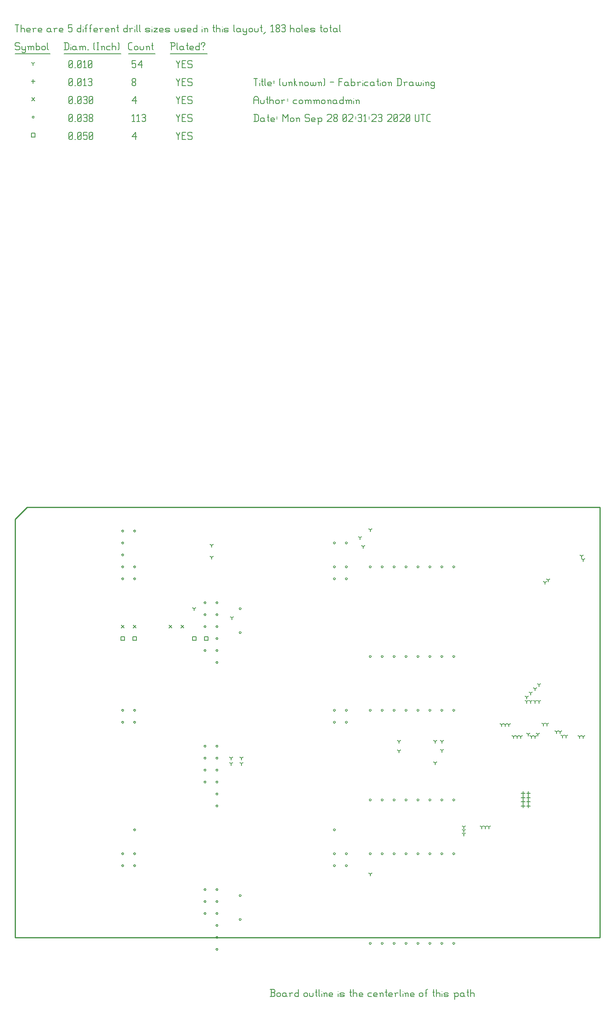
<source format=gbr>
G04 start of page 14 for group -3984 idx -3984 *
G04 Title: (unknown), fab *
G04 Creator: pcb 4.2.0 *
G04 CreationDate: Mon Sep 28 02:31:23 2020 UTC *
G04 For: commonadmin *
G04 Format: Gerber/RS-274X *
G04 PCB-Dimensions (mil): 6000.00 7000.00 *
G04 PCB-Coordinate-Origin: lower left *
%MOIN*%
%FSLAX25Y25*%
%LNFAB*%
%ADD99C,0.0100*%
%ADD98C,0.0075*%
%ADD97C,0.0060*%
%ADD96C,0.0080*%
G54D96*X158400Y291600D02*X161600D01*
X158400D02*Y288400D01*
X161600D01*
Y291600D02*Y288400D01*
X98400Y291600D02*X101600D01*
X98400D02*Y288400D01*
X101600D01*
Y291600D02*Y288400D01*
X88400Y291600D02*X91600D01*
X88400D02*Y288400D01*
X91600D01*
Y291600D02*Y288400D01*
X148400Y291600D02*X151600D01*
X148400D02*Y288400D01*
X151600D01*
Y291600D02*Y288400D01*
X13400Y712850D02*X16600D01*
X13400D02*Y709650D01*
X16600D01*
Y712850D02*Y709650D01*
G54D97*X135000Y713500D02*X136500Y710500D01*
X138000Y713500D01*
X136500Y710500D02*Y707500D01*
X139800Y710800D02*X142050D01*
X139800Y707500D02*X142800D01*
X139800Y713500D02*Y707500D01*
Y713500D02*X142800D01*
X147600D02*X148350Y712750D01*
X145350Y713500D02*X147600D01*
X144600Y712750D02*X145350Y713500D01*
X144600Y712750D02*Y711250D01*
X145350Y710500D01*
X147600D01*
X148350Y709750D01*
Y708250D01*
X147600Y707500D02*X148350Y708250D01*
X145350Y707500D02*X147600D01*
X144600Y708250D02*X145350Y707500D01*
X98000Y709750D02*X101000Y713500D01*
X98000Y709750D02*X101750D01*
X101000Y713500D02*Y707500D01*
X45000Y708250D02*X45750Y707500D01*
X45000Y712750D02*Y708250D01*
Y712750D02*X45750Y713500D01*
X47250D01*
X48000Y712750D01*
Y708250D01*
X47250Y707500D02*X48000Y708250D01*
X45750Y707500D02*X47250D01*
X45000Y709000D02*X48000Y712000D01*
X49800Y707500D02*X50550D01*
X52350Y708250D02*X53100Y707500D01*
X52350Y712750D02*Y708250D01*
Y712750D02*X53100Y713500D01*
X54600D01*
X55350Y712750D01*
Y708250D01*
X54600Y707500D02*X55350Y708250D01*
X53100Y707500D02*X54600D01*
X52350Y709000D02*X55350Y712000D01*
X57150Y713500D02*X60150D01*
X57150D02*Y710500D01*
X57900Y711250D01*
X59400D01*
X60150Y710500D01*
Y708250D01*
X59400Y707500D02*X60150Y708250D01*
X57900Y707500D02*X59400D01*
X57150Y708250D02*X57900Y707500D01*
X61950Y708250D02*X62700Y707500D01*
X61950Y712750D02*Y708250D01*
Y712750D02*X62700Y713500D01*
X64200D01*
X64950Y712750D01*
Y708250D01*
X64200Y707500D02*X64950Y708250D01*
X62700Y707500D02*X64200D01*
X61950Y709000D02*X64950Y712000D01*
X296700Y155000D02*G75*G03X298300Y155000I800J0D01*G01*
G75*G03X296700Y155000I-800J0D01*G01*
X306700D02*G75*G03X308300Y155000I800J0D01*G01*
G75*G03X306700Y155000I-800J0D01*G01*
X316700D02*G75*G03X318300Y155000I800J0D01*G01*
G75*G03X316700Y155000I-800J0D01*G01*
X326700D02*G75*G03X328300Y155000I800J0D01*G01*
G75*G03X326700Y155000I-800J0D01*G01*
X336700D02*G75*G03X338300Y155000I800J0D01*G01*
G75*G03X336700Y155000I-800J0D01*G01*
X346700D02*G75*G03X348300Y155000I800J0D01*G01*
G75*G03X346700Y155000I-800J0D01*G01*
X356700D02*G75*G03X358300Y155000I800J0D01*G01*
G75*G03X356700Y155000I-800J0D01*G01*
X366700D02*G75*G03X368300Y155000I800J0D01*G01*
G75*G03X366700Y155000I-800J0D01*G01*
X296700Y230000D02*G75*G03X298300Y230000I800J0D01*G01*
G75*G03X296700Y230000I-800J0D01*G01*
X306700D02*G75*G03X308300Y230000I800J0D01*G01*
G75*G03X306700Y230000I-800J0D01*G01*
X316700D02*G75*G03X318300Y230000I800J0D01*G01*
G75*G03X316700Y230000I-800J0D01*G01*
X326700D02*G75*G03X328300Y230000I800J0D01*G01*
G75*G03X326700Y230000I-800J0D01*G01*
X336700D02*G75*G03X338300Y230000I800J0D01*G01*
G75*G03X336700Y230000I-800J0D01*G01*
X346700D02*G75*G03X348300Y230000I800J0D01*G01*
G75*G03X346700Y230000I-800J0D01*G01*
X356700D02*G75*G03X358300Y230000I800J0D01*G01*
G75*G03X356700Y230000I-800J0D01*G01*
X366700D02*G75*G03X368300Y230000I800J0D01*G01*
G75*G03X366700Y230000I-800J0D01*G01*
X276700D02*G75*G03X278300Y230000I800J0D01*G01*
G75*G03X276700Y230000I-800J0D01*G01*
Y220000D02*G75*G03X278300Y220000I800J0D01*G01*
G75*G03X276700Y220000I-800J0D01*G01*
X266700D02*G75*G03X268300Y220000I800J0D01*G01*
G75*G03X266700Y220000I-800J0D01*G01*
Y230000D02*G75*G03X268300Y230000I800J0D01*G01*
G75*G03X266700Y230000I-800J0D01*G01*
X99200D02*G75*G03X100800Y230000I800J0D01*G01*
G75*G03X99200Y230000I-800J0D01*G01*
Y220000D02*G75*G03X100800Y220000I800J0D01*G01*
G75*G03X99200Y220000I-800J0D01*G01*
X89200D02*G75*G03X90800Y220000I800J0D01*G01*
G75*G03X89200Y220000I-800J0D01*G01*
Y230000D02*G75*G03X90800Y230000I800J0D01*G01*
G75*G03X89200Y230000I-800J0D01*G01*
X168200Y80000D02*G75*G03X169800Y80000I800J0D01*G01*
G75*G03X168200Y80000I-800J0D01*G01*
Y70000D02*G75*G03X169800Y70000I800J0D01*G01*
G75*G03X168200Y70000I-800J0D01*G01*
Y60000D02*G75*G03X169800Y60000I800J0D01*G01*
G75*G03X168200Y60000I-800J0D01*G01*
Y50000D02*G75*G03X169800Y50000I800J0D01*G01*
G75*G03X168200Y50000I-800J0D01*G01*
Y40000D02*G75*G03X169800Y40000I800J0D01*G01*
G75*G03X168200Y40000I-800J0D01*G01*
Y30000D02*G75*G03X169800Y30000I800J0D01*G01*
G75*G03X168200Y30000I-800J0D01*G01*
Y200000D02*G75*G03X169800Y200000I800J0D01*G01*
G75*G03X168200Y200000I-800J0D01*G01*
Y190000D02*G75*G03X169800Y190000I800J0D01*G01*
G75*G03X168200Y190000I-800J0D01*G01*
Y180000D02*G75*G03X169800Y180000I800J0D01*G01*
G75*G03X168200Y180000I-800J0D01*G01*
Y170000D02*G75*G03X169800Y170000I800J0D01*G01*
G75*G03X168200Y170000I-800J0D01*G01*
Y160000D02*G75*G03X169800Y160000I800J0D01*G01*
G75*G03X168200Y160000I-800J0D01*G01*
Y150000D02*G75*G03X169800Y150000I800J0D01*G01*
G75*G03X168200Y150000I-800J0D01*G01*
Y320000D02*G75*G03X169800Y320000I800J0D01*G01*
G75*G03X168200Y320000I-800J0D01*G01*
Y310000D02*G75*G03X169800Y310000I800J0D01*G01*
G75*G03X168200Y310000I-800J0D01*G01*
Y300000D02*G75*G03X169800Y300000I800J0D01*G01*
G75*G03X168200Y300000I-800J0D01*G01*
Y290000D02*G75*G03X169800Y290000I800J0D01*G01*
G75*G03X168200Y290000I-800J0D01*G01*
Y280000D02*G75*G03X169800Y280000I800J0D01*G01*
G75*G03X168200Y280000I-800J0D01*G01*
Y270000D02*G75*G03X169800Y270000I800J0D01*G01*
G75*G03X168200Y270000I-800J0D01*G01*
X89200Y110000D02*G75*G03X90800Y110000I800J0D01*G01*
G75*G03X89200Y110000I-800J0D01*G01*
Y100000D02*G75*G03X90800Y100000I800J0D01*G01*
G75*G03X89200Y100000I-800J0D01*G01*
X99200D02*G75*G03X100800Y100000I800J0D01*G01*
G75*G03X99200Y100000I-800J0D01*G01*
Y110000D02*G75*G03X100800Y110000I800J0D01*G01*
G75*G03X99200Y110000I-800J0D01*G01*
X266700D02*G75*G03X268300Y110000I800J0D01*G01*
G75*G03X266700Y110000I-800J0D01*G01*
Y100000D02*G75*G03X268300Y100000I800J0D01*G01*
G75*G03X266700Y100000I-800J0D01*G01*
X276700D02*G75*G03X278300Y100000I800J0D01*G01*
G75*G03X276700Y100000I-800J0D01*G01*
Y110000D02*G75*G03X278300Y110000I800J0D01*G01*
G75*G03X276700Y110000I-800J0D01*G01*
X187700Y75000D02*G75*G03X189300Y75000I800J0D01*G01*
G75*G03X187700Y75000I-800J0D01*G01*
Y55000D02*G75*G03X189300Y55000I800J0D01*G01*
G75*G03X187700Y55000I-800J0D01*G01*
X366700Y110000D02*G75*G03X368300Y110000I800J0D01*G01*
G75*G03X366700Y110000I-800J0D01*G01*
X356700D02*G75*G03X358300Y110000I800J0D01*G01*
G75*G03X356700Y110000I-800J0D01*G01*
X346700D02*G75*G03X348300Y110000I800J0D01*G01*
G75*G03X346700Y110000I-800J0D01*G01*
X336700D02*G75*G03X338300Y110000I800J0D01*G01*
G75*G03X336700Y110000I-800J0D01*G01*
X326700D02*G75*G03X328300Y110000I800J0D01*G01*
G75*G03X326700Y110000I-800J0D01*G01*
X316700D02*G75*G03X318300Y110000I800J0D01*G01*
G75*G03X316700Y110000I-800J0D01*G01*
X306700D02*G75*G03X308300Y110000I800J0D01*G01*
G75*G03X306700Y110000I-800J0D01*G01*
X296700D02*G75*G03X298300Y110000I800J0D01*G01*
G75*G03X296700Y110000I-800J0D01*G01*
X366700Y35000D02*G75*G03X368300Y35000I800J0D01*G01*
G75*G03X366700Y35000I-800J0D01*G01*
X356700D02*G75*G03X358300Y35000I800J0D01*G01*
G75*G03X356700Y35000I-800J0D01*G01*
X346700D02*G75*G03X348300Y35000I800J0D01*G01*
G75*G03X346700Y35000I-800J0D01*G01*
X336700D02*G75*G03X338300Y35000I800J0D01*G01*
G75*G03X336700Y35000I-800J0D01*G01*
X326700D02*G75*G03X328300Y35000I800J0D01*G01*
G75*G03X326700Y35000I-800J0D01*G01*
X316700D02*G75*G03X318300Y35000I800J0D01*G01*
G75*G03X316700Y35000I-800J0D01*G01*
X306700D02*G75*G03X308300Y35000I800J0D01*G01*
G75*G03X306700Y35000I-800J0D01*G01*
X296700D02*G75*G03X298300Y35000I800J0D01*G01*
G75*G03X296700Y35000I-800J0D01*G01*
X89200Y350000D02*G75*G03X90800Y350000I800J0D01*G01*
G75*G03X89200Y350000I-800J0D01*G01*
Y340000D02*G75*G03X90800Y340000I800J0D01*G01*
G75*G03X89200Y340000I-800J0D01*G01*
X99200D02*G75*G03X100800Y340000I800J0D01*G01*
G75*G03X99200Y340000I-800J0D01*G01*
Y350000D02*G75*G03X100800Y350000I800J0D01*G01*
G75*G03X99200Y350000I-800J0D01*G01*
X266700D02*G75*G03X268300Y350000I800J0D01*G01*
G75*G03X266700Y350000I-800J0D01*G01*
Y340000D02*G75*G03X268300Y340000I800J0D01*G01*
G75*G03X266700Y340000I-800J0D01*G01*
X276700D02*G75*G03X278300Y340000I800J0D01*G01*
G75*G03X276700Y340000I-800J0D01*G01*
Y350000D02*G75*G03X278300Y350000I800J0D01*G01*
G75*G03X276700Y350000I-800J0D01*G01*
X187700Y315000D02*G75*G03X189300Y315000I800J0D01*G01*
G75*G03X187700Y315000I-800J0D01*G01*
Y295000D02*G75*G03X189300Y295000I800J0D01*G01*
G75*G03X187700Y295000I-800J0D01*G01*
X366700Y275000D02*G75*G03X368300Y275000I800J0D01*G01*
G75*G03X366700Y275000I-800J0D01*G01*
X356700D02*G75*G03X358300Y275000I800J0D01*G01*
G75*G03X356700Y275000I-800J0D01*G01*
X346700D02*G75*G03X348300Y275000I800J0D01*G01*
G75*G03X346700Y275000I-800J0D01*G01*
X336700D02*G75*G03X338300Y275000I800J0D01*G01*
G75*G03X336700Y275000I-800J0D01*G01*
X326700D02*G75*G03X328300Y275000I800J0D01*G01*
G75*G03X326700Y275000I-800J0D01*G01*
X316700D02*G75*G03X318300Y275000I800J0D01*G01*
G75*G03X316700Y275000I-800J0D01*G01*
X306700D02*G75*G03X308300Y275000I800J0D01*G01*
G75*G03X306700Y275000I-800J0D01*G01*
X296700D02*G75*G03X298300Y275000I800J0D01*G01*
G75*G03X296700Y275000I-800J0D01*G01*
X366700Y350000D02*G75*G03X368300Y350000I800J0D01*G01*
G75*G03X366700Y350000I-800J0D01*G01*
X356700D02*G75*G03X358300Y350000I800J0D01*G01*
G75*G03X356700Y350000I-800J0D01*G01*
X346700D02*G75*G03X348300Y350000I800J0D01*G01*
G75*G03X346700Y350000I-800J0D01*G01*
X336700D02*G75*G03X338300Y350000I800J0D01*G01*
G75*G03X336700Y350000I-800J0D01*G01*
X326700D02*G75*G03X328300Y350000I800J0D01*G01*
G75*G03X326700Y350000I-800J0D01*G01*
X316700D02*G75*G03X318300Y350000I800J0D01*G01*
G75*G03X316700Y350000I-800J0D01*G01*
X306700D02*G75*G03X308300Y350000I800J0D01*G01*
G75*G03X306700Y350000I-800J0D01*G01*
X296700D02*G75*G03X298300Y350000I800J0D01*G01*
G75*G03X296700Y350000I-800J0D01*G01*
X276700Y370000D02*G75*G03X278300Y370000I800J0D01*G01*
G75*G03X276700Y370000I-800J0D01*G01*
X158200Y320000D02*G75*G03X159800Y320000I800J0D01*G01*
G75*G03X158200Y320000I-800J0D01*G01*
Y310000D02*G75*G03X159800Y310000I800J0D01*G01*
G75*G03X158200Y310000I-800J0D01*G01*
Y280000D02*G75*G03X159800Y280000I800J0D01*G01*
G75*G03X158200Y280000I-800J0D01*G01*
X266700Y370000D02*G75*G03X268300Y370000I800J0D01*G01*
G75*G03X266700Y370000I-800J0D01*G01*
X99200Y380000D02*G75*G03X100800Y380000I800J0D01*G01*
G75*G03X99200Y380000I-800J0D01*G01*
X158200Y200000D02*G75*G03X159800Y200000I800J0D01*G01*
G75*G03X158200Y200000I-800J0D01*G01*
Y190000D02*G75*G03X159800Y190000I800J0D01*G01*
G75*G03X158200Y190000I-800J0D01*G01*
Y180000D02*G75*G03X159800Y180000I800J0D01*G01*
G75*G03X158200Y180000I-800J0D01*G01*
Y170000D02*G75*G03X159800Y170000I800J0D01*G01*
G75*G03X158200Y170000I-800J0D01*G01*
Y80000D02*G75*G03X159800Y80000I800J0D01*G01*
G75*G03X158200Y80000I-800J0D01*G01*
Y70000D02*G75*G03X159800Y70000I800J0D01*G01*
G75*G03X158200Y70000I-800J0D01*G01*
Y60000D02*G75*G03X159800Y60000I800J0D01*G01*
G75*G03X158200Y60000I-800J0D01*G01*
X99200Y130000D02*G75*G03X100800Y130000I800J0D01*G01*
G75*G03X99200Y130000I-800J0D01*G01*
X266700D02*G75*G03X268300Y130000I800J0D01*G01*
G75*G03X266700Y130000I-800J0D01*G01*
X89200Y370000D02*G75*G03X90800Y370000I800J0D01*G01*
G75*G03X89200Y370000I-800J0D01*G01*
Y380000D02*G75*G03X90800Y380000I800J0D01*G01*
G75*G03X89200Y380000I-800J0D01*G01*
Y360000D02*G75*G03X90800Y360000I800J0D01*G01*
G75*G03X89200Y360000I-800J0D01*G01*
X158200Y300000D02*G75*G03X159800Y300000I800J0D01*G01*
G75*G03X158200Y300000I-800J0D01*G01*
X14200Y726250D02*G75*G03X15800Y726250I800J0D01*G01*
G75*G03X14200Y726250I-800J0D01*G01*
X135000Y728500D02*X136500Y725500D01*
X138000Y728500D01*
X136500Y725500D02*Y722500D01*
X139800Y725800D02*X142050D01*
X139800Y722500D02*X142800D01*
X139800Y728500D02*Y722500D01*
Y728500D02*X142800D01*
X147600D02*X148350Y727750D01*
X145350Y728500D02*X147600D01*
X144600Y727750D02*X145350Y728500D01*
X144600Y727750D02*Y726250D01*
X145350Y725500D01*
X147600D01*
X148350Y724750D01*
Y723250D01*
X147600Y722500D02*X148350Y723250D01*
X145350Y722500D02*X147600D01*
X144600Y723250D02*X145350Y722500D01*
X98000Y727300D02*X99200Y728500D01*
Y722500D01*
X98000D02*X100250D01*
X102050Y727300D02*X103250Y728500D01*
Y722500D01*
X102050D02*X104300D01*
X106100Y727750D02*X106850Y728500D01*
X108350D01*
X109100Y727750D01*
X108350Y722500D02*X109100Y723250D01*
X106850Y722500D02*X108350D01*
X106100Y723250D02*X106850Y722500D01*
Y725800D02*X108350D01*
X109100Y727750D02*Y726550D01*
Y725050D02*Y723250D01*
Y725050D02*X108350Y725800D01*
X109100Y726550D02*X108350Y725800D01*
X45000Y723250D02*X45750Y722500D01*
X45000Y727750D02*Y723250D01*
Y727750D02*X45750Y728500D01*
X47250D01*
X48000Y727750D01*
Y723250D01*
X47250Y722500D02*X48000Y723250D01*
X45750Y722500D02*X47250D01*
X45000Y724000D02*X48000Y727000D01*
X49800Y722500D02*X50550D01*
X52350Y723250D02*X53100Y722500D01*
X52350Y727750D02*Y723250D01*
Y727750D02*X53100Y728500D01*
X54600D01*
X55350Y727750D01*
Y723250D01*
X54600Y722500D02*X55350Y723250D01*
X53100Y722500D02*X54600D01*
X52350Y724000D02*X55350Y727000D01*
X57150Y727750D02*X57900Y728500D01*
X59400D01*
X60150Y727750D01*
X59400Y722500D02*X60150Y723250D01*
X57900Y722500D02*X59400D01*
X57150Y723250D02*X57900Y722500D01*
Y725800D02*X59400D01*
X60150Y727750D02*Y726550D01*
Y725050D02*Y723250D01*
Y725050D02*X59400Y725800D01*
X60150Y726550D02*X59400Y725800D01*
X61950Y723250D02*X62700Y722500D01*
X61950Y724450D02*Y723250D01*
Y724450D02*X63000Y725500D01*
X63900D01*
X64950Y724450D01*
Y723250D01*
X64200Y722500D02*X64950Y723250D01*
X62700Y722500D02*X64200D01*
X61950Y726550D02*X63000Y725500D01*
X61950Y727750D02*Y726550D01*
Y727750D02*X62700Y728500D01*
X64200D01*
X64950Y727750D01*
Y726550D01*
X63900Y725500D02*X64950Y726550D01*
X88800Y301200D02*X91200Y298800D01*
X88800D02*X91200Y301200D01*
X128800D02*X131200Y298800D01*
X128800D02*X131200Y301200D01*
X138800D02*X141200Y298800D01*
X138800D02*X141200Y301200D01*
X98800D02*X101200Y298800D01*
X98800D02*X101200Y301200D01*
X13800Y742450D02*X16200Y740050D01*
X13800D02*X16200Y742450D01*
X135000Y743500D02*X136500Y740500D01*
X138000Y743500D01*
X136500Y740500D02*Y737500D01*
X139800Y740800D02*X142050D01*
X139800Y737500D02*X142800D01*
X139800Y743500D02*Y737500D01*
Y743500D02*X142800D01*
X147600D02*X148350Y742750D01*
X145350Y743500D02*X147600D01*
X144600Y742750D02*X145350Y743500D01*
X144600Y742750D02*Y741250D01*
X145350Y740500D01*
X147600D01*
X148350Y739750D01*
Y738250D01*
X147600Y737500D02*X148350Y738250D01*
X145350Y737500D02*X147600D01*
X144600Y738250D02*X145350Y737500D01*
X98000Y739750D02*X101000Y743500D01*
X98000Y739750D02*X101750D01*
X101000Y743500D02*Y737500D01*
X45000Y738250D02*X45750Y737500D01*
X45000Y742750D02*Y738250D01*
Y742750D02*X45750Y743500D01*
X47250D01*
X48000Y742750D01*
Y738250D01*
X47250Y737500D02*X48000Y738250D01*
X45750Y737500D02*X47250D01*
X45000Y739000D02*X48000Y742000D01*
X49800Y737500D02*X50550D01*
X52350Y738250D02*X53100Y737500D01*
X52350Y742750D02*Y738250D01*
Y742750D02*X53100Y743500D01*
X54600D01*
X55350Y742750D01*
Y738250D01*
X54600Y737500D02*X55350Y738250D01*
X53100Y737500D02*X54600D01*
X52350Y739000D02*X55350Y742000D01*
X57150Y742750D02*X57900Y743500D01*
X59400D01*
X60150Y742750D01*
X59400Y737500D02*X60150Y738250D01*
X57900Y737500D02*X59400D01*
X57150Y738250D02*X57900Y737500D01*
Y740800D02*X59400D01*
X60150Y742750D02*Y741550D01*
Y740050D02*Y738250D01*
Y740050D02*X59400Y740800D01*
X60150Y741550D02*X59400Y740800D01*
X61950Y738250D02*X62700Y737500D01*
X61950Y742750D02*Y738250D01*
Y742750D02*X62700Y743500D01*
X64200D01*
X64950Y742750D01*
Y738250D01*
X64200Y737500D02*X64950Y738250D01*
X62700Y737500D02*X64200D01*
X61950Y739000D02*X64950Y742000D01*
X425500Y155100D02*Y151900D01*
X423900Y153500D02*X427100D01*
X430000Y158600D02*Y155400D01*
X428400Y157000D02*X431600D01*
X425500Y158600D02*Y155400D01*
X423900Y157000D02*X427100D01*
X425500Y162100D02*Y158900D01*
X423900Y160500D02*X427100D01*
X430000Y162100D02*Y158900D01*
X428400Y160500D02*X431600D01*
X425500Y151600D02*Y148400D01*
X423900Y150000D02*X427100D01*
X430000Y151600D02*Y148400D01*
X428400Y150000D02*X431600D01*
X430000Y155100D02*Y151900D01*
X428400Y153500D02*X431600D01*
X15000Y757850D02*Y754650D01*
X13400Y756250D02*X16600D01*
X135000Y758500D02*X136500Y755500D01*
X138000Y758500D01*
X136500Y755500D02*Y752500D01*
X139800Y755800D02*X142050D01*
X139800Y752500D02*X142800D01*
X139800Y758500D02*Y752500D01*
Y758500D02*X142800D01*
X147600D02*X148350Y757750D01*
X145350Y758500D02*X147600D01*
X144600Y757750D02*X145350Y758500D01*
X144600Y757750D02*Y756250D01*
X145350Y755500D01*
X147600D01*
X148350Y754750D01*
Y753250D01*
X147600Y752500D02*X148350Y753250D01*
X145350Y752500D02*X147600D01*
X144600Y753250D02*X145350Y752500D01*
X98000Y753250D02*X98750Y752500D01*
X98000Y754450D02*Y753250D01*
Y754450D02*X99050Y755500D01*
X99950D01*
X101000Y754450D01*
Y753250D01*
X100250Y752500D02*X101000Y753250D01*
X98750Y752500D02*X100250D01*
X98000Y756550D02*X99050Y755500D01*
X98000Y757750D02*Y756550D01*
Y757750D02*X98750Y758500D01*
X100250D01*
X101000Y757750D01*
Y756550D01*
X99950Y755500D02*X101000Y756550D01*
X45000Y753250D02*X45750Y752500D01*
X45000Y757750D02*Y753250D01*
Y757750D02*X45750Y758500D01*
X47250D01*
X48000Y757750D01*
Y753250D01*
X47250Y752500D02*X48000Y753250D01*
X45750Y752500D02*X47250D01*
X45000Y754000D02*X48000Y757000D01*
X49800Y752500D02*X50550D01*
X52350Y753250D02*X53100Y752500D01*
X52350Y757750D02*Y753250D01*
Y757750D02*X53100Y758500D01*
X54600D01*
X55350Y757750D01*
Y753250D01*
X54600Y752500D02*X55350Y753250D01*
X53100Y752500D02*X54600D01*
X52350Y754000D02*X55350Y757000D01*
X57150Y757300D02*X58350Y758500D01*
Y752500D01*
X57150D02*X59400D01*
X61200Y757750D02*X61950Y758500D01*
X63450D01*
X64200Y757750D01*
X63450Y752500D02*X64200Y753250D01*
X61950Y752500D02*X63450D01*
X61200Y753250D02*X61950Y752500D01*
Y755800D02*X63450D01*
X64200Y757750D02*Y756550D01*
Y755050D02*Y753250D01*
Y755050D02*X63450Y755800D01*
X64200Y756550D02*X63450Y755800D01*
X458499Y208500D02*Y206900D01*
Y208500D02*X459886Y209300D01*
X458499Y208500D02*X457113Y209300D01*
X461500Y208500D02*Y206900D01*
Y208500D02*X462887Y209300D01*
X461500Y208500D02*X460113Y209300D01*
X453500Y212000D02*Y210400D01*
Y212000D02*X454887Y212800D01*
X453500Y212000D02*X452113Y212800D01*
X456500Y212000D02*Y210400D01*
Y212000D02*X457887Y212800D01*
X456500Y212000D02*X455113Y212800D01*
X442500Y218500D02*Y216900D01*
Y218500D02*X443887Y219300D01*
X442500Y218500D02*X441113Y219300D01*
X445500Y218500D02*Y216900D01*
Y218500D02*X446887Y219300D01*
X445500Y218500D02*X444113Y219300D01*
X430000Y210000D02*Y208400D01*
Y210000D02*X431387Y210800D01*
X430000Y210000D02*X428613Y210800D01*
X432500Y208000D02*Y206400D01*
Y208000D02*X433887Y208800D01*
X432500Y208000D02*X431113Y208800D01*
X435500Y208000D02*Y206400D01*
Y208000D02*X436887Y208800D01*
X435500Y208000D02*X434113Y208800D01*
X438000Y210000D02*Y208400D01*
Y210000D02*X439387Y210800D01*
X438000Y210000D02*X436613Y210800D01*
X473000Y208000D02*Y206400D01*
Y208000D02*X474387Y208800D01*
X473000Y208000D02*X471613Y208800D01*
X476000Y208000D02*Y206400D01*
Y208000D02*X477387Y208800D01*
X476000Y208000D02*X474613Y208800D01*
X417500Y208000D02*Y206400D01*
Y208000D02*X418887Y208800D01*
X417500Y208000D02*X416113Y208800D01*
X420500Y208000D02*Y206400D01*
Y208000D02*X421887Y208800D01*
X420500Y208000D02*X419113Y208800D01*
X423500Y208000D02*Y206400D01*
Y208000D02*X424887Y208800D01*
X423500Y208000D02*X422113Y208800D01*
X407500Y218000D02*Y216400D01*
Y218000D02*X408887Y218800D01*
X407500Y218000D02*X406113Y218800D01*
X410500Y218000D02*Y216400D01*
Y218000D02*X411887Y218800D01*
X410500Y218000D02*X409113Y218800D01*
X413500Y218000D02*Y216400D01*
Y218000D02*X414887Y218800D01*
X413500Y218000D02*X412113Y218800D01*
X291500Y367000D02*Y365400D01*
Y367000D02*X292887Y367800D01*
X291500Y367000D02*X290113Y367800D01*
X289000Y374500D02*Y372900D01*
Y374500D02*X290387Y375300D01*
X289000Y374500D02*X287613Y375300D01*
X164500Y368000D02*Y366400D01*
Y368000D02*X165887Y368800D01*
X164500Y368000D02*X163113Y368800D01*
X164500Y358000D02*Y356400D01*
Y358000D02*X165887Y358800D01*
X164500Y358000D02*X163113Y358800D01*
X297500Y381000D02*Y379400D01*
Y381000D02*X298887Y381800D01*
X297500Y381000D02*X296113Y381800D01*
X321500Y196000D02*Y194400D01*
Y196000D02*X322887Y196800D01*
X321500Y196000D02*X320113Y196800D01*
X297500Y93000D02*Y91400D01*
Y93000D02*X298887Y93800D01*
X297500Y93000D02*X296113Y93800D01*
X376000Y132500D02*Y130900D01*
Y132500D02*X377387Y133300D01*
X376000Y132500D02*X374613Y133300D01*
X391000Y132500D02*Y130900D01*
Y132500D02*X392387Y133300D01*
X391000Y132500D02*X389613Y133300D01*
X394000Y132500D02*Y130900D01*
Y132500D02*X395387Y133300D01*
X394000Y132500D02*X392613Y133300D01*
X397000Y132500D02*Y130900D01*
Y132500D02*X398387Y133300D01*
X397000Y132500D02*X395613Y133300D01*
X376000Y126500D02*Y124900D01*
Y126500D02*X377387Y127300D01*
X376000Y126500D02*X374613Y127300D01*
X376000Y129500D02*Y127900D01*
Y129500D02*X377387Y130300D01*
X376000Y129500D02*X374613Y130300D01*
X150000Y315000D02*Y313400D01*
Y315000D02*X151387Y315800D01*
X150000Y315000D02*X148613Y315800D01*
X181500Y307500D02*Y305900D01*
Y307500D02*X182887Y308300D01*
X181500Y307500D02*X180113Y308300D01*
X352000Y204000D02*Y202400D01*
Y204000D02*X353387Y204800D01*
X352000Y204000D02*X350613Y204800D01*
X352000Y186000D02*Y184400D01*
Y186000D02*X353387Y186800D01*
X352000Y186000D02*X350613Y186800D01*
X189500Y185500D02*Y183900D01*
Y185500D02*X190887Y186300D01*
X189500Y185500D02*X188113Y186300D01*
X181000Y185500D02*Y183900D01*
Y185500D02*X182387Y186300D01*
X181000Y185500D02*X179613Y186300D01*
X357500Y204000D02*Y202400D01*
Y204000D02*X358887Y204800D01*
X357500Y204000D02*X356113Y204800D01*
X357500Y196500D02*Y194900D01*
Y196500D02*X358887Y197300D01*
X357500Y196500D02*X356113Y197300D01*
X189500Y190000D02*Y188400D01*
Y190000D02*X190887Y190800D01*
X189500Y190000D02*X188113Y190800D01*
X181000Y190000D02*Y188400D01*
Y190000D02*X182387Y190800D01*
X181000Y190000D02*X179613Y190800D01*
X321500Y204000D02*Y202400D01*
Y204000D02*X322887Y204800D01*
X321500Y204000D02*X320113Y204800D01*
X439000Y237500D02*Y235900D01*
Y237500D02*X440387Y238300D01*
X439000Y237500D02*X437613Y238300D01*
X435500Y237500D02*Y235900D01*
Y237500D02*X436887Y238300D01*
X435500Y237500D02*X434113Y238300D01*
X432000Y237500D02*Y235900D01*
Y237500D02*X433387Y238300D01*
X432000Y237500D02*X430613Y238300D01*
X428500Y237500D02*Y235900D01*
Y237500D02*X429887Y238300D01*
X428500Y237500D02*X427113Y238300D01*
X444000Y337000D02*Y335400D01*
Y337000D02*X445387Y337800D01*
X444000Y337000D02*X442613Y337800D01*
X474500Y359000D02*Y357400D01*
Y359000D02*X475887Y359800D01*
X474500Y359000D02*X473113Y359800D01*
X446500Y339000D02*Y337400D01*
Y339000D02*X447887Y339800D01*
X446500Y339000D02*X445113Y339800D01*
X476000Y356000D02*Y354400D01*
Y356000D02*X477387Y356800D01*
X476000Y356000D02*X474613Y356800D01*
X428500Y241000D02*Y239400D01*
Y241000D02*X429887Y241800D01*
X428500Y241000D02*X427113Y241800D01*
X432000Y244500D02*Y242900D01*
Y244500D02*X433387Y245300D01*
X432000Y244500D02*X430613Y245300D01*
X435500Y248000D02*Y246400D01*
Y248000D02*X436887Y248800D01*
X435500Y248000D02*X434113Y248800D01*
X439000Y251500D02*Y249900D01*
Y251500D02*X440387Y252300D01*
X439000Y251500D02*X437613Y252300D01*
X15000Y771250D02*Y769650D01*
Y771250D02*X16387Y772050D01*
X15000Y771250D02*X13613Y772050D01*
X135000Y773500D02*X136500Y770500D01*
X138000Y773500D01*
X136500Y770500D02*Y767500D01*
X139800Y770800D02*X142050D01*
X139800Y767500D02*X142800D01*
X139800Y773500D02*Y767500D01*
Y773500D02*X142800D01*
X147600D02*X148350Y772750D01*
X145350Y773500D02*X147600D01*
X144600Y772750D02*X145350Y773500D01*
X144600Y772750D02*Y771250D01*
X145350Y770500D01*
X147600D01*
X148350Y769750D01*
Y768250D01*
X147600Y767500D02*X148350Y768250D01*
X145350Y767500D02*X147600D01*
X144600Y768250D02*X145350Y767500D01*
X98000Y773500D02*X101000D01*
X98000D02*Y770500D01*
X98750Y771250D01*
X100250D01*
X101000Y770500D01*
Y768250D01*
X100250Y767500D02*X101000Y768250D01*
X98750Y767500D02*X100250D01*
X98000Y768250D02*X98750Y767500D01*
X102800Y769750D02*X105800Y773500D01*
X102800Y769750D02*X106550D01*
X105800Y773500D02*Y767500D01*
X45000Y768250D02*X45750Y767500D01*
X45000Y772750D02*Y768250D01*
Y772750D02*X45750Y773500D01*
X47250D01*
X48000Y772750D01*
Y768250D01*
X47250Y767500D02*X48000Y768250D01*
X45750Y767500D02*X47250D01*
X45000Y769000D02*X48000Y772000D01*
X49800Y767500D02*X50550D01*
X52350Y768250D02*X53100Y767500D01*
X52350Y772750D02*Y768250D01*
Y772750D02*X53100Y773500D01*
X54600D01*
X55350Y772750D01*
Y768250D01*
X54600Y767500D02*X55350Y768250D01*
X53100Y767500D02*X54600D01*
X52350Y769000D02*X55350Y772000D01*
X57150Y772300D02*X58350Y773500D01*
Y767500D01*
X57150D02*X59400D01*
X61200Y768250D02*X61950Y767500D01*
X61200Y772750D02*Y768250D01*
Y772750D02*X61950Y773500D01*
X63450D01*
X64200Y772750D01*
Y768250D01*
X63450Y767500D02*X64200Y768250D01*
X61950Y767500D02*X63450D01*
X61200Y769000D02*X64200Y772000D01*
X3000Y788500D02*X3750Y787750D01*
X750Y788500D02*X3000D01*
X0Y787750D02*X750Y788500D01*
X0Y787750D02*Y786250D01*
X750Y785500D01*
X3000D01*
X3750Y784750D01*
Y783250D01*
X3000Y782500D02*X3750Y783250D01*
X750Y782500D02*X3000D01*
X0Y783250D02*X750Y782500D01*
X5550Y785500D02*Y783250D01*
X6300Y782500D01*
X8550Y785500D02*Y781000D01*
X7800Y780250D02*X8550Y781000D01*
X6300Y780250D02*X7800D01*
X5550Y781000D02*X6300Y780250D01*
Y782500D02*X7800D01*
X8550Y783250D01*
X11100Y784750D02*Y782500D01*
Y784750D02*X11850Y785500D01*
X12600D01*
X13350Y784750D01*
Y782500D01*
Y784750D02*X14100Y785500D01*
X14850D01*
X15600Y784750D01*
Y782500D01*
X10350Y785500D02*X11100Y784750D01*
X17400Y788500D02*Y782500D01*
Y783250D02*X18150Y782500D01*
X19650D01*
X20400Y783250D01*
Y784750D02*Y783250D01*
X19650Y785500D02*X20400Y784750D01*
X18150Y785500D02*X19650D01*
X17400Y784750D02*X18150Y785500D01*
X22200Y784750D02*Y783250D01*
Y784750D02*X22950Y785500D01*
X24450D01*
X25200Y784750D01*
Y783250D01*
X24450Y782500D02*X25200Y783250D01*
X22950Y782500D02*X24450D01*
X22200Y783250D02*X22950Y782500D01*
X27000Y788500D02*Y783250D01*
X27750Y782500D01*
X0Y779250D02*X29250D01*
X41750Y788500D02*Y782500D01*
X43700Y788500D02*X44750Y787450D01*
Y783550D01*
X43700Y782500D02*X44750Y783550D01*
X41000Y782500D02*X43700D01*
X41000Y788500D02*X43700D01*
G54D98*X46550Y787000D02*Y786850D01*
G54D97*Y784750D02*Y782500D01*
X50300Y785500D02*X51050Y784750D01*
X48800Y785500D02*X50300D01*
X48050Y784750D02*X48800Y785500D01*
X48050Y784750D02*Y783250D01*
X48800Y782500D01*
X51050Y785500D02*Y783250D01*
X51800Y782500D01*
X48800D02*X50300D01*
X51050Y783250D01*
X54350Y784750D02*Y782500D01*
Y784750D02*X55100Y785500D01*
X55850D01*
X56600Y784750D01*
Y782500D01*
Y784750D02*X57350Y785500D01*
X58100D01*
X58850Y784750D01*
Y782500D01*
X53600Y785500D02*X54350Y784750D01*
X60650Y782500D02*X61400D01*
X65900Y783250D02*X66650Y782500D01*
X65900Y787750D02*X66650Y788500D01*
X65900Y787750D02*Y783250D01*
X68450Y788500D02*X69950D01*
X69200D02*Y782500D01*
X68450D02*X69950D01*
X72500Y784750D02*Y782500D01*
Y784750D02*X73250Y785500D01*
X74000D01*
X74750Y784750D01*
Y782500D01*
X71750Y785500D02*X72500Y784750D01*
X77300Y785500D02*X79550D01*
X76550Y784750D02*X77300Y785500D01*
X76550Y784750D02*Y783250D01*
X77300Y782500D01*
X79550D01*
X81350Y788500D02*Y782500D01*
Y784750D02*X82100Y785500D01*
X83600D01*
X84350Y784750D01*
Y782500D01*
X86150Y788500D02*X86900Y787750D01*
Y783250D01*
X86150Y782500D02*X86900Y783250D01*
X41000Y779250D02*X88700D01*
X96050Y782500D02*X98000D01*
X95000Y783550D02*X96050Y782500D01*
X95000Y787450D02*Y783550D01*
Y787450D02*X96050Y788500D01*
X98000D01*
X99800Y784750D02*Y783250D01*
Y784750D02*X100550Y785500D01*
X102050D01*
X102800Y784750D01*
Y783250D01*
X102050Y782500D02*X102800Y783250D01*
X100550Y782500D02*X102050D01*
X99800Y783250D02*X100550Y782500D01*
X104600Y785500D02*Y783250D01*
X105350Y782500D01*
X106850D01*
X107600Y783250D01*
Y785500D02*Y783250D01*
X110150Y784750D02*Y782500D01*
Y784750D02*X110900Y785500D01*
X111650D01*
X112400Y784750D01*
Y782500D01*
X109400Y785500D02*X110150Y784750D01*
X114950Y788500D02*Y783250D01*
X115700Y782500D01*
X114200Y786250D02*X115700D01*
X95000Y779250D02*X117200D01*
X130750Y788500D02*Y782500D01*
X130000Y788500D02*X133000D01*
X133750Y787750D01*
Y786250D01*
X133000Y785500D02*X133750Y786250D01*
X130750Y785500D02*X133000D01*
X135550Y788500D02*Y783250D01*
X136300Y782500D01*
X140050Y785500D02*X140800Y784750D01*
X138550Y785500D02*X140050D01*
X137800Y784750D02*X138550Y785500D01*
X137800Y784750D02*Y783250D01*
X138550Y782500D01*
X140800Y785500D02*Y783250D01*
X141550Y782500D01*
X138550D02*X140050D01*
X140800Y783250D01*
X144100Y788500D02*Y783250D01*
X144850Y782500D01*
X143350Y786250D02*X144850D01*
X147100Y782500D02*X149350D01*
X146350Y783250D02*X147100Y782500D01*
X146350Y784750D02*Y783250D01*
Y784750D02*X147100Y785500D01*
X148600D01*
X149350Y784750D01*
X146350Y784000D02*X149350D01*
Y784750D02*Y784000D01*
X154150Y788500D02*Y782500D01*
X153400D02*X154150Y783250D01*
X151900Y782500D02*X153400D01*
X151150Y783250D02*X151900Y782500D01*
X151150Y784750D02*Y783250D01*
Y784750D02*X151900Y785500D01*
X153400D01*
X154150Y784750D01*
X157450Y785500D02*Y784750D01*
Y783250D02*Y782500D01*
X155950Y787750D02*Y787000D01*
Y787750D02*X156700Y788500D01*
X158200D01*
X158950Y787750D01*
Y787000D01*
X157450Y785500D02*X158950Y787000D01*
X130000Y779250D02*X160750D01*
X0Y803500D02*X3000D01*
X1500D02*Y797500D01*
X4800Y803500D02*Y797500D01*
Y799750D02*X5550Y800500D01*
X7050D01*
X7800Y799750D01*
Y797500D01*
X10350D02*X12600D01*
X9600Y798250D02*X10350Y797500D01*
X9600Y799750D02*Y798250D01*
Y799750D02*X10350Y800500D01*
X11850D01*
X12600Y799750D01*
X9600Y799000D02*X12600D01*
Y799750D02*Y799000D01*
X15150Y799750D02*Y797500D01*
Y799750D02*X15900Y800500D01*
X17400D01*
X14400D02*X15150Y799750D01*
X19950Y797500D02*X22200D01*
X19200Y798250D02*X19950Y797500D01*
X19200Y799750D02*Y798250D01*
Y799750D02*X19950Y800500D01*
X21450D01*
X22200Y799750D01*
X19200Y799000D02*X22200D01*
Y799750D02*Y799000D01*
X28950Y800500D02*X29700Y799750D01*
X27450Y800500D02*X28950D01*
X26700Y799750D02*X27450Y800500D01*
X26700Y799750D02*Y798250D01*
X27450Y797500D01*
X29700Y800500D02*Y798250D01*
X30450Y797500D01*
X27450D02*X28950D01*
X29700Y798250D01*
X33000Y799750D02*Y797500D01*
Y799750D02*X33750Y800500D01*
X35250D01*
X32250D02*X33000Y799750D01*
X37800Y797500D02*X40050D01*
X37050Y798250D02*X37800Y797500D01*
X37050Y799750D02*Y798250D01*
Y799750D02*X37800Y800500D01*
X39300D01*
X40050Y799750D01*
X37050Y799000D02*X40050D01*
Y799750D02*Y799000D01*
X44550Y803500D02*X47550D01*
X44550D02*Y800500D01*
X45300Y801250D01*
X46800D01*
X47550Y800500D01*
Y798250D01*
X46800Y797500D02*X47550Y798250D01*
X45300Y797500D02*X46800D01*
X44550Y798250D02*X45300Y797500D01*
X55050Y803500D02*Y797500D01*
X54300D02*X55050Y798250D01*
X52800Y797500D02*X54300D01*
X52050Y798250D02*X52800Y797500D01*
X52050Y799750D02*Y798250D01*
Y799750D02*X52800Y800500D01*
X54300D01*
X55050Y799750D01*
G54D98*X56850Y802000D02*Y801850D01*
G54D97*Y799750D02*Y797500D01*
X59100Y802750D02*Y797500D01*
Y802750D02*X59850Y803500D01*
X60600D01*
X58350Y800500D02*X59850D01*
X62850Y802750D02*Y797500D01*
Y802750D02*X63600Y803500D01*
X64350D01*
X62100Y800500D02*X63600D01*
X66600Y797500D02*X68850D01*
X65850Y798250D02*X66600Y797500D01*
X65850Y799750D02*Y798250D01*
Y799750D02*X66600Y800500D01*
X68100D01*
X68850Y799750D01*
X65850Y799000D02*X68850D01*
Y799750D02*Y799000D01*
X71400Y799750D02*Y797500D01*
Y799750D02*X72150Y800500D01*
X73650D01*
X70650D02*X71400Y799750D01*
X76200Y797500D02*X78450D01*
X75450Y798250D02*X76200Y797500D01*
X75450Y799750D02*Y798250D01*
Y799750D02*X76200Y800500D01*
X77700D01*
X78450Y799750D01*
X75450Y799000D02*X78450D01*
Y799750D02*Y799000D01*
X81000Y799750D02*Y797500D01*
Y799750D02*X81750Y800500D01*
X82500D01*
X83250Y799750D01*
Y797500D01*
X80250Y800500D02*X81000Y799750D01*
X85800Y803500D02*Y798250D01*
X86550Y797500D01*
X85050Y801250D02*X86550D01*
X93750Y803500D02*Y797500D01*
X93000D02*X93750Y798250D01*
X91500Y797500D02*X93000D01*
X90750Y798250D02*X91500Y797500D01*
X90750Y799750D02*Y798250D01*
Y799750D02*X91500Y800500D01*
X93000D01*
X93750Y799750D01*
X96300D02*Y797500D01*
Y799750D02*X97050Y800500D01*
X98550D01*
X95550D02*X96300Y799750D01*
G54D98*X100350Y802000D02*Y801850D01*
G54D97*Y799750D02*Y797500D01*
X101850Y803500D02*Y798250D01*
X102600Y797500D01*
X104100Y803500D02*Y798250D01*
X104850Y797500D01*
X109800D02*X112050D01*
X112800Y798250D01*
X112050Y799000D02*X112800Y798250D01*
X109800Y799000D02*X112050D01*
X109050Y799750D02*X109800Y799000D01*
X109050Y799750D02*X109800Y800500D01*
X112050D01*
X112800Y799750D01*
X109050Y798250D02*X109800Y797500D01*
G54D98*X114600Y802000D02*Y801850D01*
G54D97*Y799750D02*Y797500D01*
X116100Y800500D02*X119100D01*
X116100Y797500D02*X119100Y800500D01*
X116100Y797500D02*X119100D01*
X121650D02*X123900D01*
X120900Y798250D02*X121650Y797500D01*
X120900Y799750D02*Y798250D01*
Y799750D02*X121650Y800500D01*
X123150D01*
X123900Y799750D01*
X120900Y799000D02*X123900D01*
Y799750D02*Y799000D01*
X126450Y797500D02*X128700D01*
X129450Y798250D01*
X128700Y799000D02*X129450Y798250D01*
X126450Y799000D02*X128700D01*
X125700Y799750D02*X126450Y799000D01*
X125700Y799750D02*X126450Y800500D01*
X128700D01*
X129450Y799750D01*
X125700Y798250D02*X126450Y797500D01*
X133950Y800500D02*Y798250D01*
X134700Y797500D01*
X136200D01*
X136950Y798250D01*
Y800500D02*Y798250D01*
X139500Y797500D02*X141750D01*
X142500Y798250D01*
X141750Y799000D02*X142500Y798250D01*
X139500Y799000D02*X141750D01*
X138750Y799750D02*X139500Y799000D01*
X138750Y799750D02*X139500Y800500D01*
X141750D01*
X142500Y799750D01*
X138750Y798250D02*X139500Y797500D01*
X145050D02*X147300D01*
X144300Y798250D02*X145050Y797500D01*
X144300Y799750D02*Y798250D01*
Y799750D02*X145050Y800500D01*
X146550D01*
X147300Y799750D01*
X144300Y799000D02*X147300D01*
Y799750D02*Y799000D01*
X152100Y803500D02*Y797500D01*
X151350D02*X152100Y798250D01*
X149850Y797500D02*X151350D01*
X149100Y798250D02*X149850Y797500D01*
X149100Y799750D02*Y798250D01*
Y799750D02*X149850Y800500D01*
X151350D01*
X152100Y799750D01*
G54D98*X156600Y802000D02*Y801850D01*
G54D97*Y799750D02*Y797500D01*
X158850Y799750D02*Y797500D01*
Y799750D02*X159600Y800500D01*
X160350D01*
X161100Y799750D01*
Y797500D01*
X158100Y800500D02*X158850Y799750D01*
X166350Y803500D02*Y798250D01*
X167100Y797500D01*
X165600Y801250D02*X167100D01*
X168600Y803500D02*Y797500D01*
Y799750D02*X169350Y800500D01*
X170850D01*
X171600Y799750D01*
Y797500D01*
G54D98*X173400Y802000D02*Y801850D01*
G54D97*Y799750D02*Y797500D01*
X175650D02*X177900D01*
X178650Y798250D01*
X177900Y799000D02*X178650Y798250D01*
X175650Y799000D02*X177900D01*
X174900Y799750D02*X175650Y799000D01*
X174900Y799750D02*X175650Y800500D01*
X177900D01*
X178650Y799750D01*
X174900Y798250D02*X175650Y797500D01*
X183150Y803500D02*Y798250D01*
X183900Y797500D01*
X187650Y800500D02*X188400Y799750D01*
X186150Y800500D02*X187650D01*
X185400Y799750D02*X186150Y800500D01*
X185400Y799750D02*Y798250D01*
X186150Y797500D01*
X188400Y800500D02*Y798250D01*
X189150Y797500D01*
X186150D02*X187650D01*
X188400Y798250D01*
X190950Y800500D02*Y798250D01*
X191700Y797500D01*
X193950Y800500D02*Y796000D01*
X193200Y795250D02*X193950Y796000D01*
X191700Y795250D02*X193200D01*
X190950Y796000D02*X191700Y795250D01*
Y797500D02*X193200D01*
X193950Y798250D01*
X195750Y799750D02*Y798250D01*
Y799750D02*X196500Y800500D01*
X198000D01*
X198750Y799750D01*
Y798250D01*
X198000Y797500D02*X198750Y798250D01*
X196500Y797500D02*X198000D01*
X195750Y798250D02*X196500Y797500D01*
X200550Y800500D02*Y798250D01*
X201300Y797500D01*
X202800D01*
X203550Y798250D01*
Y800500D02*Y798250D01*
X206100Y803500D02*Y798250D01*
X206850Y797500D01*
X205350Y801250D02*X206850D01*
X208350Y796000D02*X209850Y797500D01*
X214350Y802300D02*X215550Y803500D01*
Y797500D01*
X214350D02*X216600D01*
X218400Y798250D02*X219150Y797500D01*
X218400Y799450D02*Y798250D01*
Y799450D02*X219450Y800500D01*
X220350D01*
X221400Y799450D01*
Y798250D01*
X220650Y797500D02*X221400Y798250D01*
X219150Y797500D02*X220650D01*
X218400Y801550D02*X219450Y800500D01*
X218400Y802750D02*Y801550D01*
Y802750D02*X219150Y803500D01*
X220650D01*
X221400Y802750D01*
Y801550D01*
X220350Y800500D02*X221400Y801550D01*
X223200Y802750D02*X223950Y803500D01*
X225450D01*
X226200Y802750D01*
X225450Y797500D02*X226200Y798250D01*
X223950Y797500D02*X225450D01*
X223200Y798250D02*X223950Y797500D01*
Y800800D02*X225450D01*
X226200Y802750D02*Y801550D01*
Y800050D02*Y798250D01*
Y800050D02*X225450Y800800D01*
X226200Y801550D02*X225450Y800800D01*
X230700Y803500D02*Y797500D01*
Y799750D02*X231450Y800500D01*
X232950D01*
X233700Y799750D01*
Y797500D01*
X235500Y799750D02*Y798250D01*
Y799750D02*X236250Y800500D01*
X237750D01*
X238500Y799750D01*
Y798250D01*
X237750Y797500D02*X238500Y798250D01*
X236250Y797500D02*X237750D01*
X235500Y798250D02*X236250Y797500D01*
X240300Y803500D02*Y798250D01*
X241050Y797500D01*
X243300D02*X245550D01*
X242550Y798250D02*X243300Y797500D01*
X242550Y799750D02*Y798250D01*
Y799750D02*X243300Y800500D01*
X244800D01*
X245550Y799750D01*
X242550Y799000D02*X245550D01*
Y799750D02*Y799000D01*
X248100Y797500D02*X250350D01*
X251100Y798250D01*
X250350Y799000D02*X251100Y798250D01*
X248100Y799000D02*X250350D01*
X247350Y799750D02*X248100Y799000D01*
X247350Y799750D02*X248100Y800500D01*
X250350D01*
X251100Y799750D01*
X247350Y798250D02*X248100Y797500D01*
X256350Y803500D02*Y798250D01*
X257100Y797500D01*
X255600Y801250D02*X257100D01*
X258600Y799750D02*Y798250D01*
Y799750D02*X259350Y800500D01*
X260850D01*
X261600Y799750D01*
Y798250D01*
X260850Y797500D02*X261600Y798250D01*
X259350Y797500D02*X260850D01*
X258600Y798250D02*X259350Y797500D01*
X264150Y803500D02*Y798250D01*
X264900Y797500D01*
X263400Y801250D02*X264900D01*
X268650Y800500D02*X269400Y799750D01*
X267150Y800500D02*X268650D01*
X266400Y799750D02*X267150Y800500D01*
X266400Y799750D02*Y798250D01*
X267150Y797500D01*
X269400Y800500D02*Y798250D01*
X270150Y797500D01*
X267150D02*X268650D01*
X269400Y798250D01*
X271950Y803500D02*Y798250D01*
X272700Y797500D01*
G54D99*X0Y390000D02*X10000Y400000D01*
X490000D01*
Y40000D01*
X0D01*
Y390000D01*
G54D97*X213675Y-9500D02*X216675D01*
X217425Y-8750D01*
Y-6950D02*Y-8750D01*
X216675Y-6200D02*X217425Y-6950D01*
X214425Y-6200D02*X216675D01*
X214425Y-3500D02*Y-9500D01*
X213675Y-3500D02*X216675D01*
X217425Y-4250D01*
Y-5450D01*
X216675Y-6200D02*X217425Y-5450D01*
X219225Y-7250D02*Y-8750D01*
Y-7250D02*X219975Y-6500D01*
X221475D01*
X222225Y-7250D01*
Y-8750D01*
X221475Y-9500D02*X222225Y-8750D01*
X219975Y-9500D02*X221475D01*
X219225Y-8750D02*X219975Y-9500D01*
X226275Y-6500D02*X227025Y-7250D01*
X224775Y-6500D02*X226275D01*
X224025Y-7250D02*X224775Y-6500D01*
X224025Y-7250D02*Y-8750D01*
X224775Y-9500D01*
X227025Y-6500D02*Y-8750D01*
X227775Y-9500D01*
X224775D02*X226275D01*
X227025Y-8750D01*
X230325Y-7250D02*Y-9500D01*
Y-7250D02*X231075Y-6500D01*
X232575D01*
X229575D02*X230325Y-7250D01*
X237375Y-3500D02*Y-9500D01*
X236625D02*X237375Y-8750D01*
X235125Y-9500D02*X236625D01*
X234375Y-8750D02*X235125Y-9500D01*
X234375Y-7250D02*Y-8750D01*
Y-7250D02*X235125Y-6500D01*
X236625D01*
X237375Y-7250D01*
X241875D02*Y-8750D01*
Y-7250D02*X242625Y-6500D01*
X244125D01*
X244875Y-7250D01*
Y-8750D01*
X244125Y-9500D02*X244875Y-8750D01*
X242625Y-9500D02*X244125D01*
X241875Y-8750D02*X242625Y-9500D01*
X246675Y-6500D02*Y-8750D01*
X247425Y-9500D01*
X248925D01*
X249675Y-8750D01*
Y-6500D02*Y-8750D01*
X252225Y-3500D02*Y-8750D01*
X252975Y-9500D01*
X251475Y-5750D02*X252975D01*
X254475Y-3500D02*Y-8750D01*
X255225Y-9500D01*
G54D98*X256725Y-5000D02*Y-5150D01*
G54D97*Y-7250D02*Y-9500D01*
X258975Y-7250D02*Y-9500D01*
Y-7250D02*X259725Y-6500D01*
X260475D01*
X261225Y-7250D01*
Y-9500D01*
X258225Y-6500D02*X258975Y-7250D01*
X263775Y-9500D02*X266025D01*
X263025Y-8750D02*X263775Y-9500D01*
X263025Y-7250D02*Y-8750D01*
Y-7250D02*X263775Y-6500D01*
X265275D01*
X266025Y-7250D01*
X263025Y-8000D02*X266025D01*
Y-7250D02*Y-8000D01*
G54D98*X270525Y-5000D02*Y-5150D01*
G54D97*Y-7250D02*Y-9500D01*
X272775D02*X275025D01*
X275775Y-8750D01*
X275025Y-8000D02*X275775Y-8750D01*
X272775Y-8000D02*X275025D01*
X272025Y-7250D02*X272775Y-8000D01*
X272025Y-7250D02*X272775Y-6500D01*
X275025D01*
X275775Y-7250D01*
X272025Y-8750D02*X272775Y-9500D01*
X281025Y-3500D02*Y-8750D01*
X281775Y-9500D01*
X280275Y-5750D02*X281775D01*
X283275Y-3500D02*Y-9500D01*
Y-7250D02*X284025Y-6500D01*
X285525D01*
X286275Y-7250D01*
Y-9500D01*
X288825D02*X291075D01*
X288075Y-8750D02*X288825Y-9500D01*
X288075Y-7250D02*Y-8750D01*
Y-7250D02*X288825Y-6500D01*
X290325D01*
X291075Y-7250D01*
X288075Y-8000D02*X291075D01*
Y-7250D02*Y-8000D01*
X296325Y-6500D02*X298575D01*
X295575Y-7250D02*X296325Y-6500D01*
X295575Y-7250D02*Y-8750D01*
X296325Y-9500D01*
X298575D01*
X301125D02*X303375D01*
X300375Y-8750D02*X301125Y-9500D01*
X300375Y-7250D02*Y-8750D01*
Y-7250D02*X301125Y-6500D01*
X302625D01*
X303375Y-7250D01*
X300375Y-8000D02*X303375D01*
Y-7250D02*Y-8000D01*
X305925Y-7250D02*Y-9500D01*
Y-7250D02*X306675Y-6500D01*
X307425D01*
X308175Y-7250D01*
Y-9500D01*
X305175Y-6500D02*X305925Y-7250D01*
X310725Y-3500D02*Y-8750D01*
X311475Y-9500D01*
X309975Y-5750D02*X311475D01*
X313725Y-9500D02*X315975D01*
X312975Y-8750D02*X313725Y-9500D01*
X312975Y-7250D02*Y-8750D01*
Y-7250D02*X313725Y-6500D01*
X315225D01*
X315975Y-7250D01*
X312975Y-8000D02*X315975D01*
Y-7250D02*Y-8000D01*
X318525Y-7250D02*Y-9500D01*
Y-7250D02*X319275Y-6500D01*
X320775D01*
X317775D02*X318525Y-7250D01*
X322575Y-3500D02*Y-8750D01*
X323325Y-9500D01*
G54D98*X324825Y-5000D02*Y-5150D01*
G54D97*Y-7250D02*Y-9500D01*
X327075Y-7250D02*Y-9500D01*
Y-7250D02*X327825Y-6500D01*
X328575D01*
X329325Y-7250D01*
Y-9500D01*
X326325Y-6500D02*X327075Y-7250D01*
X331875Y-9500D02*X334125D01*
X331125Y-8750D02*X331875Y-9500D01*
X331125Y-7250D02*Y-8750D01*
Y-7250D02*X331875Y-6500D01*
X333375D01*
X334125Y-7250D01*
X331125Y-8000D02*X334125D01*
Y-7250D02*Y-8000D01*
X338625Y-7250D02*Y-8750D01*
Y-7250D02*X339375Y-6500D01*
X340875D01*
X341625Y-7250D01*
Y-8750D01*
X340875Y-9500D02*X341625Y-8750D01*
X339375Y-9500D02*X340875D01*
X338625Y-8750D02*X339375Y-9500D01*
X344175Y-4250D02*Y-9500D01*
Y-4250D02*X344925Y-3500D01*
X345675D01*
X343425Y-6500D02*X344925D01*
X350625Y-3500D02*Y-8750D01*
X351375Y-9500D01*
X349875Y-5750D02*X351375D01*
X352875Y-3500D02*Y-9500D01*
Y-7250D02*X353625Y-6500D01*
X355125D01*
X355875Y-7250D01*
Y-9500D01*
G54D98*X357675Y-5000D02*Y-5150D01*
G54D97*Y-7250D02*Y-9500D01*
X359925D02*X362175D01*
X362925Y-8750D01*
X362175Y-8000D02*X362925Y-8750D01*
X359925Y-8000D02*X362175D01*
X359175Y-7250D02*X359925Y-8000D01*
X359175Y-7250D02*X359925Y-6500D01*
X362175D01*
X362925Y-7250D01*
X359175Y-8750D02*X359925Y-9500D01*
X368175Y-7250D02*Y-11750D01*
X367425Y-6500D02*X368175Y-7250D01*
X368925Y-6500D01*
X370425D01*
X371175Y-7250D01*
Y-8750D01*
X370425Y-9500D02*X371175Y-8750D01*
X368925Y-9500D02*X370425D01*
X368175Y-8750D02*X368925Y-9500D01*
X375225Y-6500D02*X375975Y-7250D01*
X373725Y-6500D02*X375225D01*
X372975Y-7250D02*X373725Y-6500D01*
X372975Y-7250D02*Y-8750D01*
X373725Y-9500D01*
X375975Y-6500D02*Y-8750D01*
X376725Y-9500D01*
X373725D02*X375225D01*
X375975Y-8750D01*
X379275Y-3500D02*Y-8750D01*
X380025Y-9500D01*
X378525Y-5750D02*X380025D01*
X381525Y-3500D02*Y-9500D01*
Y-7250D02*X382275Y-6500D01*
X383775D01*
X384525Y-7250D01*
Y-9500D01*
X200750Y728500D02*Y722500D01*
X202700Y728500D02*X203750Y727450D01*
Y723550D01*
X202700Y722500D02*X203750Y723550D01*
X200000Y722500D02*X202700D01*
X200000Y728500D02*X202700D01*
X207800Y725500D02*X208550Y724750D01*
X206300Y725500D02*X207800D01*
X205550Y724750D02*X206300Y725500D01*
X205550Y724750D02*Y723250D01*
X206300Y722500D01*
X208550Y725500D02*Y723250D01*
X209300Y722500D01*
X206300D02*X207800D01*
X208550Y723250D01*
X211850Y728500D02*Y723250D01*
X212600Y722500D01*
X211100Y726250D02*X212600D01*
X214850Y722500D02*X217100D01*
X214100Y723250D02*X214850Y722500D01*
X214100Y724750D02*Y723250D01*
Y724750D02*X214850Y725500D01*
X216350D01*
X217100Y724750D01*
X214100Y724000D02*X217100D01*
Y724750D02*Y724000D01*
X218900Y726250D02*X219650D01*
X218900Y724750D02*X219650D01*
X224150Y728500D02*Y722500D01*
Y728500D02*X226400Y725500D01*
X228650Y728500D01*
Y722500D01*
X230450Y724750D02*Y723250D01*
Y724750D02*X231200Y725500D01*
X232700D01*
X233450Y724750D01*
Y723250D01*
X232700Y722500D02*X233450Y723250D01*
X231200Y722500D02*X232700D01*
X230450Y723250D02*X231200Y722500D01*
X236000Y724750D02*Y722500D01*
Y724750D02*X236750Y725500D01*
X237500D01*
X238250Y724750D01*
Y722500D01*
X235250Y725500D02*X236000Y724750D01*
X245750Y728500D02*X246500Y727750D01*
X243500Y728500D02*X245750D01*
X242750Y727750D02*X243500Y728500D01*
X242750Y727750D02*Y726250D01*
X243500Y725500D01*
X245750D01*
X246500Y724750D01*
Y723250D01*
X245750Y722500D02*X246500Y723250D01*
X243500Y722500D02*X245750D01*
X242750Y723250D02*X243500Y722500D01*
X249050D02*X251300D01*
X248300Y723250D02*X249050Y722500D01*
X248300Y724750D02*Y723250D01*
Y724750D02*X249050Y725500D01*
X250550D01*
X251300Y724750D01*
X248300Y724000D02*X251300D01*
Y724750D02*Y724000D01*
X253850Y724750D02*Y720250D01*
X253100Y725500D02*X253850Y724750D01*
X254600Y725500D01*
X256100D01*
X256850Y724750D01*
Y723250D01*
X256100Y722500D02*X256850Y723250D01*
X254600Y722500D02*X256100D01*
X253850Y723250D02*X254600Y722500D01*
X261350Y727750D02*X262100Y728500D01*
X264350D01*
X265100Y727750D01*
Y726250D01*
X261350Y722500D02*X265100Y726250D01*
X261350Y722500D02*X265100D01*
X266900Y723250D02*X267650Y722500D01*
X266900Y724450D02*Y723250D01*
Y724450D02*X267950Y725500D01*
X268850D01*
X269900Y724450D01*
Y723250D01*
X269150Y722500D02*X269900Y723250D01*
X267650Y722500D02*X269150D01*
X266900Y726550D02*X267950Y725500D01*
X266900Y727750D02*Y726550D01*
Y727750D02*X267650Y728500D01*
X269150D01*
X269900Y727750D01*
Y726550D01*
X268850Y725500D02*X269900Y726550D01*
X274400Y723250D02*X275150Y722500D01*
X274400Y727750D02*Y723250D01*
Y727750D02*X275150Y728500D01*
X276650D01*
X277400Y727750D01*
Y723250D01*
X276650Y722500D02*X277400Y723250D01*
X275150Y722500D02*X276650D01*
X274400Y724000D02*X277400Y727000D01*
X279200Y727750D02*X279950Y728500D01*
X282200D01*
X282950Y727750D01*
Y726250D01*
X279200Y722500D02*X282950Y726250D01*
X279200Y722500D02*X282950D01*
X284750Y726250D02*X285500D01*
X284750Y724750D02*X285500D01*
X287300Y727750D02*X288050Y728500D01*
X289550D01*
X290300Y727750D01*
X289550Y722500D02*X290300Y723250D01*
X288050Y722500D02*X289550D01*
X287300Y723250D02*X288050Y722500D01*
Y725800D02*X289550D01*
X290300Y727750D02*Y726550D01*
Y725050D02*Y723250D01*
Y725050D02*X289550Y725800D01*
X290300Y726550D02*X289550Y725800D01*
X292100Y727300D02*X293300Y728500D01*
Y722500D01*
X292100D02*X294350D01*
X296150Y726250D02*X296900D01*
X296150Y724750D02*X296900D01*
X298700Y727750D02*X299450Y728500D01*
X301700D01*
X302450Y727750D01*
Y726250D01*
X298700Y722500D02*X302450Y726250D01*
X298700Y722500D02*X302450D01*
X304250Y727750D02*X305000Y728500D01*
X306500D01*
X307250Y727750D01*
X306500Y722500D02*X307250Y723250D01*
X305000Y722500D02*X306500D01*
X304250Y723250D02*X305000Y722500D01*
Y725800D02*X306500D01*
X307250Y727750D02*Y726550D01*
Y725050D02*Y723250D01*
Y725050D02*X306500Y725800D01*
X307250Y726550D02*X306500Y725800D01*
X311750Y727750D02*X312500Y728500D01*
X314750D01*
X315500Y727750D01*
Y726250D01*
X311750Y722500D02*X315500Y726250D01*
X311750Y722500D02*X315500D01*
X317300Y723250D02*X318050Y722500D01*
X317300Y727750D02*Y723250D01*
Y727750D02*X318050Y728500D01*
X319550D01*
X320300Y727750D01*
Y723250D01*
X319550Y722500D02*X320300Y723250D01*
X318050Y722500D02*X319550D01*
X317300Y724000D02*X320300Y727000D01*
X322100Y727750D02*X322850Y728500D01*
X325100D01*
X325850Y727750D01*
Y726250D01*
X322100Y722500D02*X325850Y726250D01*
X322100Y722500D02*X325850D01*
X327650Y723250D02*X328400Y722500D01*
X327650Y727750D02*Y723250D01*
Y727750D02*X328400Y728500D01*
X329900D01*
X330650Y727750D01*
Y723250D01*
X329900Y722500D02*X330650Y723250D01*
X328400Y722500D02*X329900D01*
X327650Y724000D02*X330650Y727000D01*
X335150Y728500D02*Y723250D01*
X335900Y722500D01*
X337400D01*
X338150Y723250D01*
Y728500D02*Y723250D01*
X339950Y728500D02*X342950D01*
X341450D02*Y722500D01*
X345800D02*X347750D01*
X344750Y723550D02*X345800Y722500D01*
X344750Y727450D02*Y723550D01*
Y727450D02*X345800Y728500D01*
X347750D01*
X200000Y742000D02*Y737500D01*
Y742000D02*X201050Y743500D01*
X202700D01*
X203750Y742000D01*
Y737500D01*
X200000Y740500D02*X203750D01*
X205550D02*Y738250D01*
X206300Y737500D01*
X207800D01*
X208550Y738250D01*
Y740500D02*Y738250D01*
X211100Y743500D02*Y738250D01*
X211850Y737500D01*
X210350Y741250D02*X211850D01*
X213350Y743500D02*Y737500D01*
Y739750D02*X214100Y740500D01*
X215600D01*
X216350Y739750D01*
Y737500D01*
X218150Y739750D02*Y738250D01*
Y739750D02*X218900Y740500D01*
X220400D01*
X221150Y739750D01*
Y738250D01*
X220400Y737500D02*X221150Y738250D01*
X218900Y737500D02*X220400D01*
X218150Y738250D02*X218900Y737500D01*
X223700Y739750D02*Y737500D01*
Y739750D02*X224450Y740500D01*
X225950D01*
X222950D02*X223700Y739750D01*
X227750Y741250D02*X228500D01*
X227750Y739750D02*X228500D01*
X233750Y740500D02*X236000D01*
X233000Y739750D02*X233750Y740500D01*
X233000Y739750D02*Y738250D01*
X233750Y737500D01*
X236000D01*
X237800Y739750D02*Y738250D01*
Y739750D02*X238550Y740500D01*
X240050D01*
X240800Y739750D01*
Y738250D01*
X240050Y737500D02*X240800Y738250D01*
X238550Y737500D02*X240050D01*
X237800Y738250D02*X238550Y737500D01*
X243350Y739750D02*Y737500D01*
Y739750D02*X244100Y740500D01*
X244850D01*
X245600Y739750D01*
Y737500D01*
Y739750D02*X246350Y740500D01*
X247100D01*
X247850Y739750D01*
Y737500D01*
X242600Y740500D02*X243350Y739750D01*
X250400D02*Y737500D01*
Y739750D02*X251150Y740500D01*
X251900D01*
X252650Y739750D01*
Y737500D01*
Y739750D02*X253400Y740500D01*
X254150D01*
X254900Y739750D01*
Y737500D01*
X249650Y740500D02*X250400Y739750D01*
X256700D02*Y738250D01*
Y739750D02*X257450Y740500D01*
X258950D01*
X259700Y739750D01*
Y738250D01*
X258950Y737500D02*X259700Y738250D01*
X257450Y737500D02*X258950D01*
X256700Y738250D02*X257450Y737500D01*
X262250Y739750D02*Y737500D01*
Y739750D02*X263000Y740500D01*
X263750D01*
X264500Y739750D01*
Y737500D01*
X261500Y740500D02*X262250Y739750D01*
X268550Y740500D02*X269300Y739750D01*
X267050Y740500D02*X268550D01*
X266300Y739750D02*X267050Y740500D01*
X266300Y739750D02*Y738250D01*
X267050Y737500D01*
X269300Y740500D02*Y738250D01*
X270050Y737500D01*
X267050D02*X268550D01*
X269300Y738250D01*
X274850Y743500D02*Y737500D01*
X274100D02*X274850Y738250D01*
X272600Y737500D02*X274100D01*
X271850Y738250D02*X272600Y737500D01*
X271850Y739750D02*Y738250D01*
Y739750D02*X272600Y740500D01*
X274100D01*
X274850Y739750D01*
X277400D02*Y737500D01*
Y739750D02*X278150Y740500D01*
X278900D01*
X279650Y739750D01*
Y737500D01*
Y739750D02*X280400Y740500D01*
X281150D01*
X281900Y739750D01*
Y737500D01*
X276650Y740500D02*X277400Y739750D01*
G54D98*X283700Y742000D02*Y741850D01*
G54D97*Y739750D02*Y737500D01*
X285950Y739750D02*Y737500D01*
Y739750D02*X286700Y740500D01*
X287450D01*
X288200Y739750D01*
Y737500D01*
X285200Y740500D02*X285950Y739750D01*
X200000Y758500D02*X203000D01*
X201500D02*Y752500D01*
G54D98*X204800Y757000D02*Y756850D01*
G54D97*Y754750D02*Y752500D01*
X207050Y758500D02*Y753250D01*
X207800Y752500D01*
X206300Y756250D02*X207800D01*
X209300Y758500D02*Y753250D01*
X210050Y752500D01*
X212300D02*X214550D01*
X211550Y753250D02*X212300Y752500D01*
X211550Y754750D02*Y753250D01*
Y754750D02*X212300Y755500D01*
X213800D01*
X214550Y754750D01*
X211550Y754000D02*X214550D01*
Y754750D02*Y754000D01*
X216350Y756250D02*X217100D01*
X216350Y754750D02*X217100D01*
X221600Y753250D02*X222350Y752500D01*
X221600Y757750D02*X222350Y758500D01*
X221600Y757750D02*Y753250D01*
X224150Y755500D02*Y753250D01*
X224900Y752500D01*
X226400D01*
X227150Y753250D01*
Y755500D02*Y753250D01*
X229700Y754750D02*Y752500D01*
Y754750D02*X230450Y755500D01*
X231200D01*
X231950Y754750D01*
Y752500D01*
X228950Y755500D02*X229700Y754750D01*
X233750Y758500D02*Y752500D01*
Y754750D02*X236000Y752500D01*
X233750Y754750D02*X235250Y756250D01*
X238550Y754750D02*Y752500D01*
Y754750D02*X239300Y755500D01*
X240050D01*
X240800Y754750D01*
Y752500D01*
X237800Y755500D02*X238550Y754750D01*
X242600D02*Y753250D01*
Y754750D02*X243350Y755500D01*
X244850D01*
X245600Y754750D01*
Y753250D01*
X244850Y752500D02*X245600Y753250D01*
X243350Y752500D02*X244850D01*
X242600Y753250D02*X243350Y752500D01*
X247400Y755500D02*Y753250D01*
X248150Y752500D01*
X248900D01*
X249650Y753250D01*
Y755500D02*Y753250D01*
X250400Y752500D01*
X251150D01*
X251900Y753250D01*
Y755500D02*Y753250D01*
X254450Y754750D02*Y752500D01*
Y754750D02*X255200Y755500D01*
X255950D01*
X256700Y754750D01*
Y752500D01*
X253700Y755500D02*X254450Y754750D01*
X258500Y758500D02*X259250Y757750D01*
Y753250D01*
X258500Y752500D02*X259250Y753250D01*
X263750Y755500D02*X266750D01*
X271250Y758500D02*Y752500D01*
Y758500D02*X274250D01*
X271250Y755800D02*X273500D01*
X278300Y755500D02*X279050Y754750D01*
X276800Y755500D02*X278300D01*
X276050Y754750D02*X276800Y755500D01*
X276050Y754750D02*Y753250D01*
X276800Y752500D01*
X279050Y755500D02*Y753250D01*
X279800Y752500D01*
X276800D02*X278300D01*
X279050Y753250D01*
X281600Y758500D02*Y752500D01*
Y753250D02*X282350Y752500D01*
X283850D01*
X284600Y753250D01*
Y754750D02*Y753250D01*
X283850Y755500D02*X284600Y754750D01*
X282350Y755500D02*X283850D01*
X281600Y754750D02*X282350Y755500D01*
X287150Y754750D02*Y752500D01*
Y754750D02*X287900Y755500D01*
X289400D01*
X286400D02*X287150Y754750D01*
G54D98*X291200Y757000D02*Y756850D01*
G54D97*Y754750D02*Y752500D01*
X293450Y755500D02*X295700D01*
X292700Y754750D02*X293450Y755500D01*
X292700Y754750D02*Y753250D01*
X293450Y752500D01*
X295700D01*
X299750Y755500D02*X300500Y754750D01*
X298250Y755500D02*X299750D01*
X297500Y754750D02*X298250Y755500D01*
X297500Y754750D02*Y753250D01*
X298250Y752500D01*
X300500Y755500D02*Y753250D01*
X301250Y752500D01*
X298250D02*X299750D01*
X300500Y753250D01*
X303800Y758500D02*Y753250D01*
X304550Y752500D01*
X303050Y756250D02*X304550D01*
G54D98*X306050Y757000D02*Y756850D01*
G54D97*Y754750D02*Y752500D01*
X307550Y754750D02*Y753250D01*
Y754750D02*X308300Y755500D01*
X309800D01*
X310550Y754750D01*
Y753250D01*
X309800Y752500D02*X310550Y753250D01*
X308300Y752500D02*X309800D01*
X307550Y753250D02*X308300Y752500D01*
X313100Y754750D02*Y752500D01*
Y754750D02*X313850Y755500D01*
X314600D01*
X315350Y754750D01*
Y752500D01*
X312350Y755500D02*X313100Y754750D01*
X320600Y758500D02*Y752500D01*
X322550Y758500D02*X323600Y757450D01*
Y753550D01*
X322550Y752500D02*X323600Y753550D01*
X319850Y752500D02*X322550D01*
X319850Y758500D02*X322550D01*
X326150Y754750D02*Y752500D01*
Y754750D02*X326900Y755500D01*
X328400D01*
X325400D02*X326150Y754750D01*
X332450Y755500D02*X333200Y754750D01*
X330950Y755500D02*X332450D01*
X330200Y754750D02*X330950Y755500D01*
X330200Y754750D02*Y753250D01*
X330950Y752500D01*
X333200Y755500D02*Y753250D01*
X333950Y752500D01*
X330950D02*X332450D01*
X333200Y753250D01*
X335750Y755500D02*Y753250D01*
X336500Y752500D01*
X337250D01*
X338000Y753250D01*
Y755500D02*Y753250D01*
X338750Y752500D01*
X339500D01*
X340250Y753250D01*
Y755500D02*Y753250D01*
G54D98*X342050Y757000D02*Y756850D01*
G54D97*Y754750D02*Y752500D01*
X344300Y754750D02*Y752500D01*
Y754750D02*X345050Y755500D01*
X345800D01*
X346550Y754750D01*
Y752500D01*
X343550Y755500D02*X344300Y754750D01*
X350600Y755500D02*X351350Y754750D01*
X349100Y755500D02*X350600D01*
X348350Y754750D02*X349100Y755500D01*
X348350Y754750D02*Y753250D01*
X349100Y752500D01*
X350600D01*
X351350Y753250D01*
X348350Y751000D02*X349100Y750250D01*
X350600D01*
X351350Y751000D01*
Y755500D02*Y751000D01*
M02*

</source>
